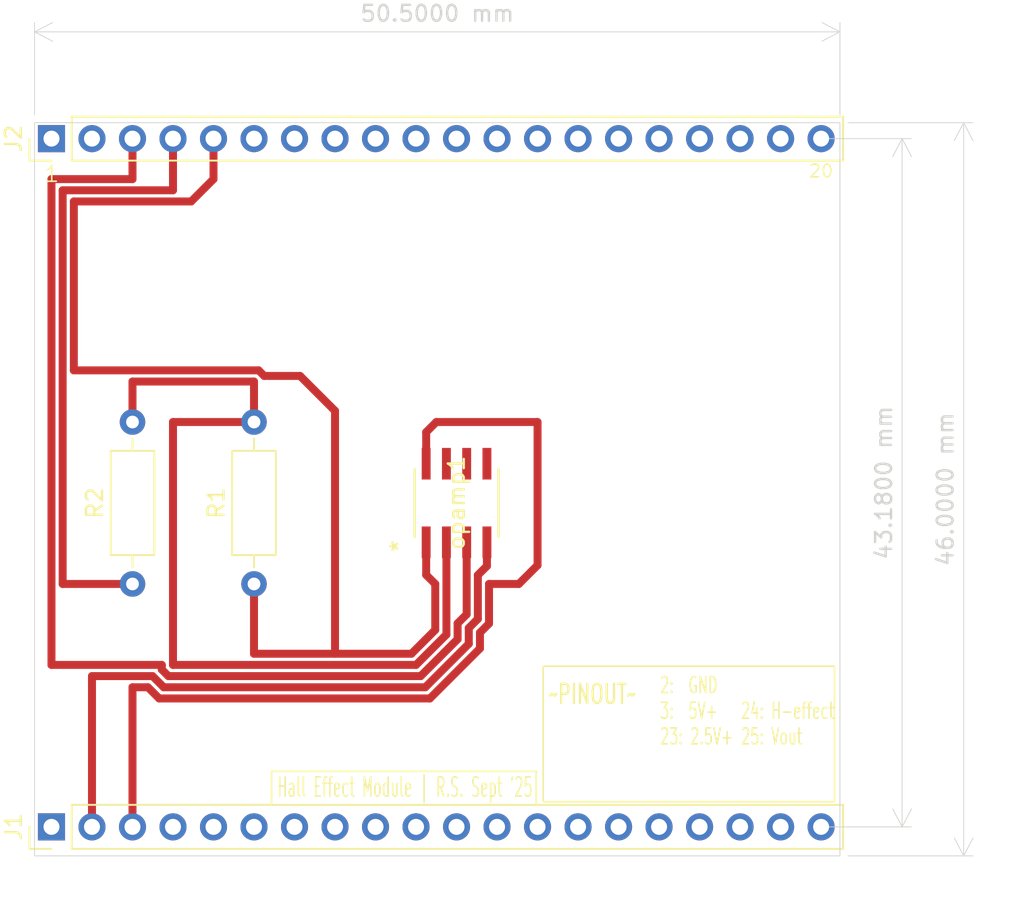
<source format=kicad_pcb>
(kicad_pcb (version 20241229) (generator "pcbnew") (generator_version "9.0")
  (layers (0 "F.Cu" signal) (2 "B.Cu" signal) (13 "F.Paste" user) (15 "B.Paste" user) (5 "F.SilkS" user "F.Silkscreen") (7 "B.SilkS" user "B.Silkscreen") (1 "F.Mask" user) (3 "B.Mask" user) (25 "Edge.Cuts" user))
  (net 0 "")
  (net 5 "Vout+")
  (net 17 "Hall Effect Out")
  (net 30 "+5V")
  (net 31 "V(2.5V)")
  (net 35 "Net-(opamp1-INA-)")
  (net 41 "Net-(opamp1-V-)")
  (net 42 "+5V in")
  (footprint "Project-PCB-Syms.bak:R-8_ADI" (layer "F.Cu") (at 177.8 48.26 90)
    (property "Reference" "opamp1" (at 0 0 90) (layer "F.SilkS"))
    (property "Value" "ADA4510-2ARZ")
    (fp_line (start 2.1209 -2.6289) (end -2.1209 -2.6289) (stroke (width 0.1524)) (layer "F.SilkS"))
    (fp_line (start -2.1209 2.6289) (end 2.1209 2.6289) (stroke (width 0.1524)) (layer "F.SilkS"))
    (fp_text user "*" (at -2.7178 -3.6068 90) (layer "F.SilkS"))
    (fp_text user "*" (at -2.7178 -3.6068 90) (layer "F.SilkS"))
    (pad "1" smd rect (at -2.4638 -1.905 90) (size 1.9812 0.5588) (layers "F.Cu" "F.Mask" "F.Paste") (net 5 "Vout+"))
    (pad "2" smd rect (at -2.4638 -0.635 90) (size 1.9812 0.5588) (layers "F.Cu" "F.Mask" "F.Paste") (net 35 "Net-(opamp1-INA-)"))
    (pad "3" smd rect (at -2.4638 0.635 90) (size 1.9812 0.5588) (layers "F.Cu" "F.Mask" "F.Paste") (net 31 "V(2.5V)"))
    (pad "4" smd rect (at -2.4638 1.905 90) (size 1.9812 0.5588) (layers "F.Cu" "F.Mask" "F.Paste") (net 41 "Net-(opamp1-V-)"))
    (pad "5" smd rect (at 2.4638 1.905 90) (size 1.9812 0.5588) (layers "F.Cu" "F.Mask" "F.Paste"))
    (pad "6" smd rect (at 2.4638 0.635 90) (size 1.9812 0.5588) (layers "F.Cu" "F.Mask" "F.Paste"))
    (pad "7" smd rect (at 2.4638 -0.635 90) (size 1.9812 0.5588) (layers "F.Cu" "F.Mask" "F.Paste"))
    (pad "8" smd rect (at 2.4638 -1.905 90) (size 1.9812 0.5588) (layers "F.Cu" "F.Mask" "F.Paste") (net 42 "+5V in"))
  )
  (footprint "Resistor_THT:R_Axial_DIN0207_L6.3mm_D2.5mm_P10.16mm_Horizontal" (layer "F.Cu") (at 157.48 53.34 90)
    (property "Reference" "R2" (at 5.08 -2.37 90) (layer "F.SilkS"))
    (property "Value" "2k")
    (fp_line (start 9.12 0) (end 8.35 0) (stroke (width 0.12)) (layer "F.SilkS"))
    (fp_line (start 1.04 0) (end 1.81 0) (stroke (width 0.12)) (layer "F.SilkS"))
    (fp_rect (start 1.81 -1.37) (end 8.35 1.37) (stroke (width 0.12)) (fill no) (layer "F.SilkS"))
    (pad "1" thru_hole circle (at 0 0 90) (size 1.6 1.6) (drill 0.8) (layers "*.Cu" "*.Mask") (net 17 "Hall Effect Out"))
    (pad "2" thru_hole circle (at 10.16 0 90) (size 1.6 1.6) (drill 0.8) (layers "*.Cu" "*.Mask") (net 35 "Net-(opamp1-INA-)"))
  )
  (footprint "Resistor_THT:R_Axial_DIN0207_L6.3mm_D2.5mm_P10.16mm_Horizontal" (layer "F.Cu") (at 165.1 53.34 90)
    (property "Reference" "R1" (at 5.08 -2.37 90) (layer "F.SilkS"))
    (property "Value" "3k")
    (fp_line (start 9.12 0) (end 8.35 0) (stroke (width 0.12)) (layer "F.SilkS"))
    (fp_line (start 1.04 0) (end 1.81 0) (stroke (width 0.12)) (layer "F.SilkS"))
    (fp_rect (start 1.81 -1.37) (end 8.35 1.37) (stroke (width 0.12)) (fill no) (layer "F.SilkS"))
    (pad "1" thru_hole circle (at 0 0 90) (size 1.6 1.6) (drill 0.8) (layers "*.Cu" "*.Mask") (net 5 "Vout+"))
    (pad "2" thru_hole circle (at 10.16 0 90) (size 1.6 1.6) (drill 0.8) (layers "*.Cu" "*.Mask") (net 35 "Net-(opamp1-INA-)"))
  )
  (footprint "Connector_PinHeader_2.54mm:PinHeader_1x20_P2.54mm_Vertical" (layer "F.Cu") (at 152.4 25.4 90)
    (property "Reference" "J2" (at 0 -2.38 90) (layer "F.SilkS"))
    (property "Value" "PH1-20-UA")
    (fp_line (start -1.38 -1.38) (end 0 -1.38) (stroke (width 0.12)) (layer "F.SilkS"))
    (fp_line (start -1.38 0) (end -1.38 -1.38) (stroke (width 0.12)) (layer "F.SilkS"))
    (fp_line (start 1.38 1.27) (end 1.38 49.64) (stroke (width 0.12)) (layer "F.SilkS"))
    (fp_line (start -1.38 1.27) (end 1.38 1.27) (stroke (width 0.12)) (layer "F.SilkS"))
    (fp_line (start -1.38 1.27) (end -1.38 49.64) (stroke (width 0.12)) (layer "F.SilkS"))
    (fp_line (start -1.38 49.64) (end 1.38 49.64) (stroke (width 0.12)) (layer "F.SilkS"))
    (pad "1" thru_hole rect (at 0 0 90) (size 1.7 1.7) (drill 1) (layers "*.Cu" "*.Mask"))
    (pad "2" thru_hole circle (at 0 2.54 90) (size 1.7 1.7) (drill 1) (layers "*.Cu" "*.Mask") (net 30 "+5V"))
    (pad "3" thru_hole circle (at 0 5.08 90) (size 1.7 1.7) (drill 1) (layers "*.Cu" "*.Mask") (net 31 "V(2.5V)"))
    (pad "4" thru_hole circle (at 0 7.62 90) (size 1.7 1.7) (drill 1) (layers "*.Cu" "*.Mask") (net 17 "Hall Effect Out"))
    (pad "5" thru_hole circle (at 0 10.16 90) (size 1.7 1.7) (drill 1) (layers "*.Cu" "*.Mask") (net 5 "Vout+"))
    (pad "6" thru_hole circle (at 0 12.7 90) (size 1.7 1.7) (drill 1) (layers "*.Cu" "*.Mask"))
    (pad "7" thru_hole circle (at 0 15.24 90) (size 1.7 1.7) (drill 1) (layers "*.Cu" "*.Mask"))
    (pad "8" thru_hole circle (at 0 17.78 90) (size 1.7 1.7) (drill 1) (layers "*.Cu" "*.Mask"))
    (pad "9" thru_hole circle (at 0 20.32 90) (size 1.7 1.7) (drill 1) (layers "*.Cu" "*.Mask"))
    (pad "10" thru_hole circle (at 0 22.86 90) (size 1.7 1.7) (drill 1) (layers "*.Cu" "*.Mask"))
    (pad "11" thru_hole circle (at 0 25.4 90) (size 1.7 1.7) (drill 1) (layers "*.Cu" "*.Mask"))
    (pad "12" thru_hole circle (at 0 27.94 90) (size 1.7 1.7) (drill 1) (layers "*.Cu" "*.Mask"))
    (pad "13" thru_hole circle (at 0 30.48 90) (size 1.7 1.7) (drill 1) (layers "*.Cu" "*.Mask"))
    (pad "14" thru_hole circle (at 0 33.02 90) (size 1.7 1.7) (drill 1) (layers "*.Cu" "*.Mask"))
    (pad "15" thru_hole circle (at 0 35.56 90) (size 1.7 1.7) (drill 1) (layers "*.Cu" "*.Mask"))
    (pad "16" thru_hole circle (at 0 38.1 90) (size 1.7 1.7) (drill 1) (layers "*.Cu" "*.Mask"))
    (pad "17" thru_hole circle (at 0 40.64 90) (size 1.7 1.7) (drill 1) (layers "*.Cu" "*.Mask"))
    (pad "18" thru_hole circle (at 0 43.18 90) (size 1.7 1.7) (drill 1) (layers "*.Cu" "*.Mask"))
    (pad "19" thru_hole circle (at 0 45.72 90) (size 1.7 1.7) (drill 1) (layers "*.Cu" "*.Mask"))
    (pad "20" thru_hole circle (at 0 48.26 90) (size 1.7 1.7) (drill 1) (layers "*.Cu" "*.Mask"))
  )
  (footprint "Connector_PinHeader_2.54mm:PinHeader_1x20_P2.54mm_Vertical" (layer "F.Cu") (at 152.4 68.58 90)
    (property "Reference" "J1" (at 0 -2.38 90) (layer "F.SilkS"))
    (property "Value" "PH1-20-UA")
    (fp_line (start -1.38 -1.38) (end 0 -1.38) (stroke (width 0.12)) (layer "F.SilkS"))
    (fp_line (start -1.38 0) (end -1.38 -1.38) (stroke (width 0.12)) (layer "F.SilkS"))
    (fp_line (start 1.38 1.27) (end 1.38 49.64) (stroke (width 0.12)) (layer "F.SilkS"))
    (fp_line (start -1.38 1.27) (end 1.38 1.27) (stroke (width 0.12)) (layer "F.SilkS"))
    (fp_line (start -1.38 1.27) (end -1.38 49.64) (stroke (width 0.12)) (layer "F.SilkS"))
    (fp_line (start -1.38 49.64) (end 1.38 49.64) (stroke (width 0.12)) (layer "F.SilkS"))
    (pad "1" thru_hole rect (at 0 0 90) (size 1.7 1.7) (drill 1) (layers "*.Cu" "*.Mask"))
    (pad "2" thru_hole circle (at 0 2.54 90) (size 1.7 1.7) (drill 1) (layers "*.Cu" "*.Mask") (net 41 "Net-(opamp1-V-)"))
    (pad "3" thru_hole circle (at 0 5.08 90) (size 1.7 1.7) (drill 1) (layers "*.Cu" "*.Mask") (net 42 "+5V in"))
    (pad "4" thru_hole circle (at 0 7.62 90) (size 1.7 1.7) (drill 1) (layers "*.Cu" "*.Mask"))
    (pad "5" thru_hole circle (at 0 10.16 90) (size 1.7 1.7) (drill 1) (layers "*.Cu" "*.Mask"))
    (pad "6" thru_hole circle (at 0 12.7 90) (size 1.7 1.7) (drill 1) (layers "*.Cu" "*.Mask"))
    (pad "7" thru_hole circle (at 0 15.24 90) (size 1.7 1.7) (drill 1) (layers "*.Cu" "*.Mask"))
    (pad "8" thru_hole circle (at 0 17.78 90) (size 1.7 1.7) (drill 1) (layers "*.Cu" "*.Mask"))
    (pad "9" thru_hole circle (at 0 20.32 90) (size 1.7 1.7) (drill 1) (layers "*.Cu" "*.Mask"))
    (pad "10" thru_hole circle (at 0 22.86 90) (size 1.7 1.7) (drill 1) (layers "*.Cu" "*.Mask"))
    (pad "11" thru_hole circle (at 0 25.4 90) (size 1.7 1.7) (drill 1) (layers "*.Cu" "*.Mask"))
    (pad "12" thru_hole circle (at 0 27.94 90) (size 1.7 1.7) (drill 1) (layers "*.Cu" "*.Mask"))
    (pad "13" thru_hole circle (at 0 30.48 90) (size 1.7 1.7) (drill 1) (layers "*.Cu" "*.Mask"))
    (pad "14" thru_hole circle (at 0 33.02 90) (size 1.7 1.7) (drill 1) (layers "*.Cu" "*.Mask"))
    (pad "15" thru_hole circle (at 0 35.56 90) (size 1.7 1.7) (drill 1) (layers "*.Cu" "*.Mask"))
    (pad "16" thru_hole circle (at 0 38.1 90) (size 1.7 1.7) (drill 1) (layers "*.Cu" "*.Mask"))
    (pad "17" thru_hole circle (at 0 40.64 90) (size 1.7 1.7) (drill 1) (layers "*.Cu" "*.Mask"))
    (pad "18" thru_hole circle (at 0 43.18 90) (size 1.7 1.7) (drill 1) (layers "*.Cu" "*.Mask"))
    (pad "19" thru_hole circle (at 0 45.72 90) (size 1.7 1.7) (drill 1) (layers "*.Cu" "*.Mask"))
    (pad "20" thru_hole circle (at 0 48.26 90) (size 1.7 1.7) (drill 1) (layers "*.Cu" "*.Mask"))
  )
  (gr_rect (start 183.231191 58.5) (end 201.5 67) (stroke (width 0.1)) (fill no) (layer "F.SilkS"))
  (gr_rect (start 166.2 65.1) (end 182.8 67.2) (stroke (width 0.1)) (fill no) (layer "F.SilkS"))
  (gr_rect (start 151.34 24.4) (end 201.84 70.4) (stroke (width 0.05)) (fill no) (layer "Edge.Cuts"))
  (gr_text "~PINOUT~" (at 183.5 60.96 0) (layer "F.SilkS") (effects (font (size 1.2 0.8) (thickness 0.15) (bold yes)) (justify left bottom)))
  (gr_text "2:  GND\n3:  5V+\n23: 2.5V+\n" (at 190.5 63.5 0) (layer "F.SilkS") (effects (font (size 1 0.6) (thickness 0.1)) (justify left bottom)))
  (gr_text "1" (at 151.87381 28.2 0) (layer "F.SilkS") (effects (font (size 1 1) (thickness 0.1)) (justify left bottom)))
  (gr_text "24: H-effect\n25: Vout" (at 195.58 63.5 0) (layer "F.SilkS") (effects (font (size 1 0.6) (thickness 0.1)) (justify left bottom)))
  (gr_text "Hall Effect Module | R.S. Sept '25" (at 166.5 66.8 0) (layer "F.SilkS") (effects (font (size 1.2 0.6) (thickness 0.1)) (justify left bottom)))
  (gr_text "20\n" (at 199.828095 27.9 0) (layer "F.SilkS") (effects (font (size 0.8 0.8) (thickness 0.1)) (justify left bottom)))
  (dimension (type aligned) (layer "Edge.Cuts") (pts (xy 201.84 70.4) (xy 201.84 24.4)) (height 7.76) (format (prefix "") (suffix "") (units 3) (units_format 1) (precision 4)) (style (thickness 0.05) (arrow_length 1.27) (text_position_mode 0) (arrow_direction outward) (extension_height 0.58642) (extension_offset 0.5) (keep_text_aligned yes)) (gr_text "46.0000 mm" (at 208.45 47.4 90) (layer "Edge.Cuts") (effects (font (size 1 1) (thickness 0.15)))))
  (dimension (type aligned) (layer "Edge.Cuts") (pts (xy 201.84 24.4) (xy 151.34 24.4)) (height 5.699999) (format (prefix "") (suffix "") (units 3) (units_format 1) (precision 4)) (style (thickness 0.05) (arrow_length 1.27) (text_position_mode 0) (arrow_direction outward) (extension_height 0.58642) (extension_offset 0.5) (keep_text_aligned yes)) (gr_text "50.5000 mm" (at 176.59 17.550001 0) (layer "Edge.Cuts") (effects (font (size 1 1) (thickness 0.15)))))
  (dimension (type aligned) (layer "Edge.Cuts") (pts (xy 200.66 68.58) (xy 200.66 25.4)) (height 5.08) (format (prefix "") (suffix "") (units 3) (units_format 1) (precision 4)) (style (thickness 0.05) (arrow_length 1.27) (text_position_mode 0) (arrow_direction outward) (extension_height 0.58642) (extension_offset 0.5) (keep_text_aligned yes)) (gr_text "43.1800 mm" (at 204.59 46.99 90) (layer "Edge.Cuts") (effects (font (size 1 1) (thickness 0.15)))))
  (segment (start 165.1 57.719) (end 165.1 53.34) (width 0.5) (layer "F.Cu") (net 5))
  (segment (start 165.390364 39.939) (end 153.802 39.939) (width 0.5) (layer "F.Cu") (net 5))
  (segment (start 170.18 57.719) (end 165.1 57.719) (width 0.5) (layer "F.Cu") (net 5))
  (segment (start 153.802 29.342) (end 161.158 29.342) (width 0.5) (layer "F.Cu") (net 5))
  (segment (start 170.18 57.719) (end 174.969636 57.719) (width 0.5) (layer "F.Cu") (net 5))
  (segment (start 153.802 39.939) (end 153.802 29.342) (width 0.5) (layer "F.Cu") (net 5))
  (segment (start 161.158 29.342) (end 162.56 27.94) (width 0.5) (layer "F.Cu") (net 5))
  (segment (start 170.18 42.479) (end 167.9905 40.2895) (width 0.5) (layer "F.Cu") (net 5))
  (segment (start 165.740864 40.2895) (end 165.390364 39.939) (width 0.5) (layer "F.Cu") (net 5))
  (segment (start 176.464 56.224636) (end 176.464 53.34) (width 0.5) (layer "F.Cu") (net 5))
  (segment (start 170.18 57.719) (end 170.18 42.479) (width 0.5) (layer "F.Cu") (net 5))
  (segment (start 174.969636 57.719) (end 176.464 56.224636) (width 0.5) (layer "F.Cu") (net 5))
  (segment (start 175.895 52.771) (end 175.895 50.7238) (width 0.5) (layer "F.Cu") (net 5))
  (segment (start 167.9905 40.2895) (end 165.740864 40.2895) (width 0.5) (layer "F.Cu") (net 5))
  (segment (start 162.56 25.4) (end 162.56 27.94) (width 0.5) (layer "F.Cu") (net 5))
  (segment (start 176.464 53.34) (end 175.895 52.771) (width 0.5) (layer "F.Cu") (net 5))
  (segment (start 160.02 28.641) (end 160.02 25.4) (width 0.5) (layer "F.Cu") (net 17))
  (segment (start 153.101 53.34) (end 153.101 28.641) (width 0.5) (layer "F.Cu") (net 17))
  (segment (start 157.48 53.34) (end 153.101 53.34) (width 0.5) (layer "F.Cu") (net 17))
  (segment (start 153.101 28.641) (end 160.02 28.641) (width 0.5) (layer "F.Cu") (net 17))
  (segment (start 177.866 56.805364) (end 175.550364 59.121) (width 0.5) (layer "F.Cu") (net 31))
  (segment (start 178.435 55.245) (end 177.866 55.814) (width 0.5) (layer "F.Cu") (net 31))
  (segment (start 152.4 27.94) (end 157.48 27.94) (width 0.5) (layer "F.Cu") (net 31))
  (segment (start 177.866 55.814) (end 177.866 56.805364) (width 0.5) (layer "F.Cu") (net 31))
  (segment (start 157.48 27.94) (end 157.48 25.4) (width 0.5) (layer "F.Cu") (net 31))
  (segment (start 159.319 58.710364) (end 159.319 58.42) (width 0.5) (layer "F.Cu") (net 31))
  (segment (start 159.319 58.42) (end 152.4 58.42) (width 0.5) (layer "F.Cu") (net 31))
  (segment (start 152.4 58.42) (end 152.4 27.94) (width 0.5) (layer "F.Cu") (net 31))
  (segment (start 178.435 50.7238) (end 178.435 55.245) (width 0.5) (layer "F.Cu") (net 31))
  (segment (start 175.550364 59.121) (end 159.729636 59.121) (width 0.5) (layer "F.Cu") (net 31))
  (segment (start 159.729636 59.121) (end 159.319 58.710364) (width 0.5) (layer "F.Cu") (net 31))
  (segment (start 175.26 58.42) (end 177.165 56.515) (width 0.5) (layer "F.Cu") (net 35))
  (segment (start 160.02 43.18) (end 160.02 58.42) (width 0.5) (layer "F.Cu") (net 35))
  (segment (start 160.02 58.42) (end 175.26 58.42) (width 0.5) (layer "F.Cu") (net 35))
  (segment (start 177.165 56.515) (end 177.165 50.7238) (width 0.5) (layer "F.Cu") (net 35))
  (segment (start 157.48 40.64) (end 157.48 43.18) (width 0.5) (layer "F.Cu") (net 35))
  (segment (start 165.1 43.18) (end 165.1 40.64) (width 0.5) (layer "F.Cu") (net 35))
  (segment (start 165.1 43.18) (end 160.02 43.18) (width 0.5) (layer "F.Cu") (net 35))
  (segment (start 165.1 40.64) (end 157.48 40.64) (width 0.5) (layer "F.Cu") (net 35))
  (segment (start 178.567 57.095728) (end 175.840728 59.822) (width 0.5) (layer "F.Cu") (net 41))
  (segment (start 179.136 55.535364) (end 179.136 52.7834) (width 0.5) (layer "F.Cu") (net 41))
  (segment (start 159.439272 59.822) (end 158.738272 59.121) (width 0.5) (layer "F.Cu") (net 41))
  (segment (start 154.94 59.121) (end 154.94 68.58) (width 0.5) (layer "F.Cu") (net 41))
  (segment (start 179.136 55.535364) (end 178.567 56.104364) (width 0.5) (layer "F.Cu") (net 41))
  (segment (start 179.136 52.7834) (end 179.705 52.2144) (width 0.5) (layer "F.Cu") (net 41))
  (segment (start 175.840728 59.822) (end 159.439272 59.822) (width 0.5) (layer "F.Cu") (net 41))
  (segment (start 158.738272 59.121) (end 154.94 59.121) (width 0.5) (layer "F.Cu") (net 41))
  (segment (start 178.567 56.104364) (end 178.567 57.095728) (width 0.5) (layer "F.Cu") (net 41))
  (segment (start 179.705 52.2144) (end 179.705 50.7238) (width 0.5) (layer "F.Cu") (net 41))
  (segment (start 182.88 52.1654) (end 182.88 43.18) (width 0.5) (layer "F.Cu") (net 42))
  (segment (start 181.7054 53.34) (end 182.88 52.1654) (width 0.5) (layer "F.Cu") (net 42))
  (segment (start 179.268 57.386092) (end 179.268 56.394728) (width 0.5) (layer "F.Cu") (net 42))
  (segment (start 159.148908 60.523) (end 176.131092 60.523) (width 0.5) (layer "F.Cu") (net 42))
  (segment (start 179.268 56.394728) (end 179.837 55.825728) (width 0.5) (layer "F.Cu") (net 42))
  (segment (start 176.131092 60.523) (end 179.268 57.386092) (width 0.5) (layer "F.Cu") (net 42))
  (segment (start 182.88 43.18) (end 176.53 43.18) (width 0.5) (layer "F.Cu") (net 42))
  (segment (start 179.837 55.825728) (end 179.837 53.34) (width 0.5) (layer "F.Cu") (net 42))
  (segment (start 179.837 53.34) (end 181.7054 53.34) (width 0.5) (layer "F.Cu") (net 42))
  (segment (start 158.447908 59.822) (end 159.148908 60.523) (width 0.5) (layer "F.Cu") (net 42))
  (segment (start 176.53 43.18) (end 175.895 43.815) (width 0.5) (layer "F.Cu") (net 42))
  (segment (start 157.48 59.822) (end 158.447908 59.822) (width 0.5) (layer "F.Cu") (net 42))
  (segment (start 157.48 68.58) (end 157.48 59.822) (width 0.5) (layer "F.Cu") (net 42))
  (segment (start 175.895 43.815) (end 175.895 45.7962) (width 0.5) (layer "F.Cu") (net 42))
)
</source>
